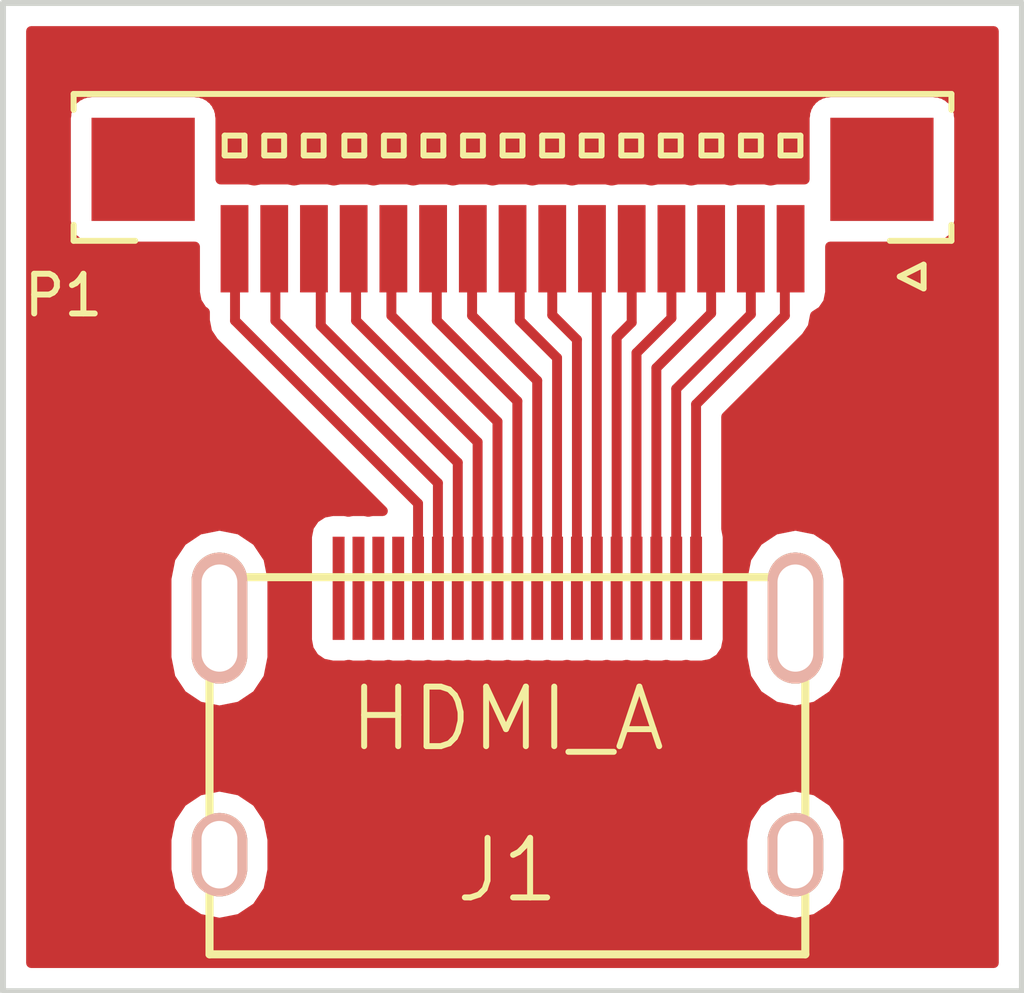
<source format=kicad_pcb>
(kicad_pcb (version 4) (host pcbnew 4.0.4-stable)

  (general
    (links 18)
    (no_connects 3)
    (area 148.260999 103.048999 174.065001 128.091001)
    (thickness 1.6)
    (drawings 4)
    (tracks 54)
    (zones 0)
    (modules 2)
    (nets 21)
  )

  (page A4)
  (layers
    (0 F.Cu signal)
    (31 B.Cu signal)
    (32 B.Adhes user)
    (33 F.Adhes user)
    (34 B.Paste user)
    (35 F.Paste user)
    (36 B.SilkS user)
    (37 F.SilkS user)
    (38 B.Mask user)
    (39 F.Mask user)
    (40 Dwgs.User user)
    (41 Cmts.User user)
    (42 Eco1.User user)
    (43 Eco2.User user)
    (44 Edge.Cuts user)
    (45 Margin user)
    (46 B.CrtYd user)
    (47 F.CrtYd user)
    (48 B.Fab user)
    (49 F.Fab user)
  )

  (setup
    (last_trace_width 0.25)
    (trace_clearance 0.2)
    (zone_clearance 0.508)
    (zone_45_only no)
    (trace_min 0.2)
    (segment_width 0.2)
    (edge_width 0.15)
    (via_size 0.6)
    (via_drill 0.4)
    (via_min_size 0.4)
    (via_min_drill 0.3)
    (uvia_size 0.3)
    (uvia_drill 0.1)
    (uvias_allowed no)
    (uvia_min_size 0.2)
    (uvia_min_drill 0.1)
    (pcb_text_width 0.3)
    (pcb_text_size 1.5 1.5)
    (mod_edge_width 0.15)
    (mod_text_size 1 1)
    (mod_text_width 0.15)
    (pad_size 1.524 1.524)
    (pad_drill 0.762)
    (pad_to_mask_clearance 0.2)
    (aux_axis_origin 0 0)
    (visible_elements FFFFFF7F)
    (pcbplotparams
      (layerselection 0x010f0_80000001)
      (usegerberextensions false)
      (excludeedgelayer true)
      (linewidth 0.100000)
      (plotframeref false)
      (viasonmask false)
      (mode 1)
      (useauxorigin false)
      (hpglpennumber 1)
      (hpglpenspeed 20)
      (hpglpendiameter 15)
      (hpglpenoverlay 2)
      (psnegative false)
      (psa4output false)
      (plotreference true)
      (plotvalue true)
      (plotinvisibletext false)
      (padsonsilk false)
      (subtractmaskfromsilk false)
      (outputformat 1)
      (mirror false)
      (drillshape 0)
      (scaleselection 1)
      (outputdirectory ""))
  )

  (net 0 "")
  (net 1 "Net-(J1-PadSHLD)")
  (net 2 "Net-(J1-Pad1)")
  (net 3 "Net-(J1-Pad2)")
  (net 4 "Net-(J1-Pad3)")
  (net 5 "Net-(J1-Pad4)")
  (net 6 "Net-(J1-Pad5)")
  (net 7 "Net-(J1-Pad6)")
  (net 8 "Net-(J1-Pad7)")
  (net 9 "Net-(J1-Pad8)")
  (net 10 "Net-(J1-Pad9)")
  (net 11 "Net-(J1-Pad10)")
  (net 12 "Net-(J1-Pad11)")
  (net 13 "Net-(J1-Pad12)")
  (net 14 "Net-(J1-Pad13)")
  (net 15 "Net-(J1-Pad14)")
  (net 16 "Net-(J1-Pad15)")
  (net 17 "Net-(J1-Pad16)")
  (net 18 "Net-(J1-Pad17)")
  (net 19 "Net-(J1-Pad18)")
  (net 20 "Net-(J1-Pad19)")

  (net_class Default "Ceci est la Netclass par défaut"
    (clearance 0.2)
    (trace_width 0.25)
    (via_dia 0.6)
    (via_drill 0.4)
    (uvia_dia 0.3)
    (uvia_drill 0.1)
    (add_net "Net-(J1-Pad1)")
    (add_net "Net-(J1-Pad10)")
    (add_net "Net-(J1-Pad11)")
    (add_net "Net-(J1-Pad12)")
    (add_net "Net-(J1-Pad13)")
    (add_net "Net-(J1-Pad14)")
    (add_net "Net-(J1-Pad15)")
    (add_net "Net-(J1-Pad16)")
    (add_net "Net-(J1-Pad17)")
    (add_net "Net-(J1-Pad18)")
    (add_net "Net-(J1-Pad19)")
    (add_net "Net-(J1-Pad2)")
    (add_net "Net-(J1-Pad3)")
    (add_net "Net-(J1-Pad4)")
    (add_net "Net-(J1-Pad5)")
    (add_net "Net-(J1-Pad6)")
    (add_net "Net-(J1-Pad7)")
    (add_net "Net-(J1-Pad8)")
    (add_net "Net-(J1-Pad9)")
    (add_net "Net-(J1-PadSHLD)")
  )

  (module Connectors_Hirose:Hirose_DF13C-15P-1.25V_15x1.25mm_Straight (layer F.Cu) (tedit 58A1E0A1) (tstamp 58A0AE7E)
    (at 161.165001 108.615 180)
    (descr "Hirose DF13 series connector, 1.25mm pitch, top entry SMT")
    (tags "connector hirose df13 top straight vertical surface mount SMD SMT")
    (path /589E27AC)
    (attr smd)
    (fp_text reference P1 (at 11.305001 -1.875 180) (layer F.SilkS)
      (effects (font (size 1 1) (thickness 0.15)))
    )
    (fp_text value CONN_01X15 (at 0 4.5 180) (layer F.Fab)
      (effects (font (size 1 1) (thickness 0.15)))
    )
    (fp_line (start -11.05 -0.5) (end -9.5 -0.5) (layer F.SilkS) (width 0.15))
    (fp_line (start 11.05 -0.5) (end 9.5 -0.5) (layer F.SilkS) (width 0.15))
    (fp_line (start -11.05 -0.5) (end -11.05 -0.1) (layer F.SilkS) (width 0.15))
    (fp_line (start 11.05 -0.5) (end 11.05 -0.1) (layer F.SilkS) (width 0.15))
    (fp_line (start -11.05 3.2) (end 11.05 3.2) (layer F.SilkS) (width 0.15))
    (fp_line (start -11.05 3.2) (end -11.05 2.8) (layer F.SilkS) (width 0.15))
    (fp_line (start 11.05 3.2) (end 11.05 2.8) (layer F.SilkS) (width 0.15))
    (fp_line (start -9.75 -1.4) (end -10.35 -1.7) (layer F.SilkS) (width 0.15))
    (fp_line (start -10.35 -1.7) (end -10.35 -1.1) (layer F.SilkS) (width 0.15))
    (fp_line (start -10.35 -1.1) (end -9.75 -1.4) (layer F.SilkS) (width 0.15))
    (fp_line (start -7.2474 1.65) (end -7.2474 2.15) (layer F.SilkS) (width 0.15))
    (fp_line (start -7.2474 2.15) (end -6.7474 2.15) (layer F.SilkS) (width 0.15))
    (fp_line (start -6.7474 2.15) (end -6.7474 1.65) (layer F.SilkS) (width 0.15))
    (fp_line (start -6.7474 1.65) (end -7.2474 1.65) (layer F.SilkS) (width 0.15))
    (fp_line (start -6.2514 1.65) (end -6.2514 2.15) (layer F.SilkS) (width 0.15))
    (fp_line (start -6.2514 2.15) (end -5.7514 2.15) (layer F.SilkS) (width 0.15))
    (fp_line (start -5.7514 2.15) (end -5.7514 1.65) (layer F.SilkS) (width 0.15))
    (fp_line (start -5.7514 1.65) (end -6.2514 1.65) (layer F.SilkS) (width 0.15))
    (fp_line (start -5.2554 1.65) (end -5.2554 2.15) (layer F.SilkS) (width 0.15))
    (fp_line (start -5.2554 2.15) (end -4.7554 2.15) (layer F.SilkS) (width 0.15))
    (fp_line (start -4.7554 2.15) (end -4.7554 1.65) (layer F.SilkS) (width 0.15))
    (fp_line (start -4.7554 1.65) (end -5.2554 1.65) (layer F.SilkS) (width 0.15))
    (fp_line (start -4.234 1.65) (end -4.234 2.15) (layer F.SilkS) (width 0.15))
    (fp_line (start -4.234 2.15) (end -3.734 2.15) (layer F.SilkS) (width 0.15))
    (fp_line (start -3.734 2.15) (end -3.734 1.65) (layer F.SilkS) (width 0.15))
    (fp_line (start -3.734 1.65) (end -4.234 1.65) (layer F.SilkS) (width 0.15))
    (fp_line (start -3.238 1.65) (end -3.238 2.15) (layer F.SilkS) (width 0.15))
    (fp_line (start -3.238 2.15) (end -2.738 2.15) (layer F.SilkS) (width 0.15))
    (fp_line (start -2.738 2.15) (end -2.738 1.65) (layer F.SilkS) (width 0.15))
    (fp_line (start -2.738 1.65) (end -3.238 1.65) (layer F.SilkS) (width 0.15))
    (fp_line (start -2.242 1.65) (end -2.242 2.15) (layer F.SilkS) (width 0.15))
    (fp_line (start -2.242 2.15) (end -1.742 2.15) (layer F.SilkS) (width 0.15))
    (fp_line (start -1.742 2.15) (end -1.742 1.65) (layer F.SilkS) (width 0.15))
    (fp_line (start -1.742 1.65) (end -2.242 1.65) (layer F.SilkS) (width 0.15))
    (fp_line (start -1.246 1.65) (end -1.246 2.15) (layer F.SilkS) (width 0.15))
    (fp_line (start -1.246 2.15) (end -0.746 2.15) (layer F.SilkS) (width 0.15))
    (fp_line (start -0.746 2.15) (end -0.746 1.65) (layer F.SilkS) (width 0.15))
    (fp_line (start -0.746 1.65) (end -1.246 1.65) (layer F.SilkS) (width 0.15))
    (fp_line (start -0.25 1.65) (end -0.25 2.15) (layer F.SilkS) (width 0.15))
    (fp_line (start -0.25 2.15) (end 0.25 2.15) (layer F.SilkS) (width 0.15))
    (fp_line (start 0.25 2.15) (end 0.25 1.65) (layer F.SilkS) (width 0.15))
    (fp_line (start 0.25 1.65) (end -0.25 1.65) (layer F.SilkS) (width 0.15))
    (fp_line (start 0.746 1.65) (end 0.746 2.15) (layer F.SilkS) (width 0.15))
    (fp_line (start 0.746 2.15) (end 1.246 2.15) (layer F.SilkS) (width 0.15))
    (fp_line (start 1.246 2.15) (end 1.246 1.65) (layer F.SilkS) (width 0.15))
    (fp_line (start 1.246 1.65) (end 0.746 1.65) (layer F.SilkS) (width 0.15))
    (fp_line (start 1.742 1.65) (end 1.742 2.15) (layer F.SilkS) (width 0.15))
    (fp_line (start 1.742 2.15) (end 2.242 2.15) (layer F.SilkS) (width 0.15))
    (fp_line (start 2.242 2.15) (end 2.242 1.65) (layer F.SilkS) (width 0.15))
    (fp_line (start 2.242 1.65) (end 1.742 1.65) (layer F.SilkS) (width 0.15))
    (fp_line (start 2.738 1.65) (end 2.738 2.15) (layer F.SilkS) (width 0.15))
    (fp_line (start 2.738 2.15) (end 3.238 2.15) (layer F.SilkS) (width 0.15))
    (fp_line (start 3.238 2.15) (end 3.238 1.65) (layer F.SilkS) (width 0.15))
    (fp_line (start 3.238 1.65) (end 2.738 1.65) (layer F.SilkS) (width 0.15))
    (fp_line (start 3.734 1.65) (end 3.734 2.15) (layer F.SilkS) (width 0.15))
    (fp_line (start 3.734 2.15) (end 4.234 2.15) (layer F.SilkS) (width 0.15))
    (fp_line (start 4.234 2.15) (end 4.234 1.65) (layer F.SilkS) (width 0.15))
    (fp_line (start 4.234 1.65) (end 3.734 1.65) (layer F.SilkS) (width 0.15))
    (fp_line (start 4.7554 1.65) (end 4.7554 2.15) (layer F.SilkS) (width 0.15))
    (fp_line (start 4.7554 2.15) (end 5.2554 2.15) (layer F.SilkS) (width 0.15))
    (fp_line (start 5.2554 2.15) (end 5.2554 1.65) (layer F.SilkS) (width 0.15))
    (fp_line (start 5.2554 1.65) (end 4.7554 1.65) (layer F.SilkS) (width 0.15))
    (fp_line (start 5.7514 1.65) (end 5.7514 2.15) (layer F.SilkS) (width 0.15))
    (fp_line (start 5.7514 2.15) (end 6.2514 2.15) (layer F.SilkS) (width 0.15))
    (fp_line (start 6.2514 2.15) (end 6.2514 1.65) (layer F.SilkS) (width 0.15))
    (fp_line (start 6.2514 1.65) (end 5.7514 1.65) (layer F.SilkS) (width 0.15))
    (fp_line (start 6.7474 1.65) (end 6.7474 2.15) (layer F.SilkS) (width 0.15))
    (fp_line (start 6.7474 2.15) (end 7.2474 2.15) (layer F.SilkS) (width 0.15))
    (fp_line (start 7.2474 2.15) (end 7.2474 1.65) (layer F.SilkS) (width 0.15))
    (fp_line (start 7.2474 1.65) (end 6.7474 1.65) (layer F.SilkS) (width 0.15))
    (fp_line (start -12.35 -2.85) (end -12.35 3.65) (layer F.CrtYd) (width 0.05))
    (fp_line (start -12.35 3.65) (end 12.35 3.65) (layer F.CrtYd) (width 0.05))
    (fp_line (start 12.35 3.65) (end 12.35 -2.85) (layer F.CrtYd) (width 0.05))
    (fp_line (start 12.35 -2.85) (end -12.35 -2.85) (layer F.CrtYd) (width 0.05))
    (pad 1 smd rect (at -7 -0.7 180) (size 0.7 2.2) (layers F.Cu F.Paste F.Mask)
      (net 2 "Net-(J1-Pad1)"))
    (pad 2 smd rect (at -6 -0.7 180) (size 0.7 2.2) (layers F.Cu F.Paste F.Mask)
      (net 3 "Net-(J1-Pad2)"))
    (pad 3 smd rect (at -5 -0.7 180) (size 0.7 2.2) (layers F.Cu F.Paste F.Mask)
      (net 4 "Net-(J1-Pad3)"))
    (pad 4 smd rect (at -4 -0.7 180) (size 0.7 2.2) (layers F.Cu F.Paste F.Mask)
      (net 5 "Net-(J1-Pad4)"))
    (pad 5 smd rect (at -3 -0.7 180) (size 0.7 2.2) (layers F.Cu F.Paste F.Mask)
      (net 6 "Net-(J1-Pad5)"))
    (pad 6 smd rect (at -2 -0.7 180) (size 0.7 2.2) (layers F.Cu F.Paste F.Mask)
      (net 7 "Net-(J1-Pad6)"))
    (pad 7 smd rect (at -1 -0.7 180) (size 0.7 2.2) (layers F.Cu F.Paste F.Mask)
      (net 8 "Net-(J1-Pad7)"))
    (pad 8 smd rect (at 0 -0.7 180) (size 0.7 2.2) (layers F.Cu F.Paste F.Mask)
      (net 9 "Net-(J1-Pad8)"))
    (pad 9 smd rect (at 1 -0.7 180) (size 0.7 2.2) (layers F.Cu F.Paste F.Mask)
      (net 10 "Net-(J1-Pad9)"))
    (pad 10 smd rect (at 2 -0.7 180) (size 0.7 2.2) (layers F.Cu F.Paste F.Mask)
      (net 11 "Net-(J1-Pad10)"))
    (pad 11 smd rect (at 3 -0.7 180) (size 0.7 2.2) (layers F.Cu F.Paste F.Mask)
      (net 12 "Net-(J1-Pad11)"))
    (pad 12 smd rect (at 4 -0.7 180) (size 0.7 2.2) (layers F.Cu F.Paste F.Mask)
      (net 13 "Net-(J1-Pad12)"))
    (pad 13 smd rect (at 5 -0.7 180) (size 0.7 2.2) (layers F.Cu F.Paste F.Mask)
      (net 14 "Net-(J1-Pad13)"))
    (pad 14 smd rect (at 6 -0.7 180) (size 0.7 2.2) (layers F.Cu F.Paste F.Mask)
      (net 15 "Net-(J1-Pad14)"))
    (pad 15 smd rect (at 7 -0.7 180) (size 0.7 2.2) (layers F.Cu F.Paste F.Mask)
      (net 16 "Net-(J1-Pad15)"))
    (pad "" smd rect (at 9.3 1.3 180) (size 2.6 2.6) (layers F.Cu F.Paste F.Mask))
    (pad "" smd rect (at -9.3 1.3 180) (size 2.6 2.6) (layers F.Cu F.Paste F.Mask))
    (model Connectors_Hirose.3dshapes/Hirose_DF13C-15P-1.25V_15x1.25mm_Straight.wrl
      (at (xyz 0 -0.0275590551181 0))
      (scale (xyz 1 1 1))
      (rotate (xyz 0 0 0))
    )
  )

  (module HDMI:FCI_10029449-11[13]RLF (layer F.Cu) (tedit 58A1D9D7) (tstamp 58A0AE69)
    (at 161.036 118.618)
    (path /589E26BA)
    (fp_text reference J1 (at 0 6.35) (layer F.SilkS)
      (effects (font (size 1.5 1.5) (thickness 0.15)))
    )
    (fp_text value HDMI_A (at 0 2.54) (layer F.SilkS)
      (effects (font (size 1.5 1.5) (thickness 0.15)))
    )
    (fp_line (start -7.5 -1.03) (end 7.5 -1.03) (layer F.SilkS) (width 0.2032))
    (fp_line (start -7.5 8.47) (end -7.5 -1.03) (layer F.SilkS) (width 0.2032))
    (fp_line (start 7.5 8.47) (end 7.5 -1.03) (layer F.SilkS) (width 0.2032))
    (fp_line (start 7.5 8.47) (end -7.5 8.47) (layer F.SilkS) (width 0.2032))
    (pad SHLD thru_hole oval (at -7.25 5.96) (size 1.4 2.1) (drill oval 0.9 1.7) (layers *.Cu *.SilkS *.Mask)
      (net 1 "Net-(J1-PadSHLD)"))
    (pad SHLD thru_hole oval (at 7.25 5.96) (size 1.4 2.1) (drill oval 0.9 1.7) (layers *.Cu *.SilkS *.Mask)
      (net 1 "Net-(J1-PadSHLD)"))
    (pad SHLD thru_hole oval (at -7.25 0) (size 1.4 3.3) (drill oval 0.9 2.7) (layers *.Cu *.SilkS *.Mask)
      (net 1 "Net-(J1-PadSHLD)"))
    (pad SHLD thru_hole oval (at 7.25 0) (size 1.4 3.3) (drill oval 0.9 2.7) (layers *.Cu *.SilkS *.Mask)
      (net 1 "Net-(J1-PadSHLD)"))
    (pad 1 smd rect (at 4.75 -0.75) (size 0.3 2.6) (layers F.Cu F.Paste F.Mask)
      (net 2 "Net-(J1-Pad1)"))
    (pad 2 smd rect (at 4.25 -0.75) (size 0.3 2.6) (layers F.Cu F.Paste F.Mask)
      (net 3 "Net-(J1-Pad2)"))
    (pad 3 smd rect (at 3.75 -0.75) (size 0.3 2.6) (layers F.Cu F.Paste F.Mask)
      (net 4 "Net-(J1-Pad3)"))
    (pad 4 smd rect (at 3.25 -0.75) (size 0.3 2.6) (layers F.Cu F.Paste F.Mask)
      (net 5 "Net-(J1-Pad4)"))
    (pad 5 smd rect (at 2.75 -0.75) (size 0.3 2.6) (layers F.Cu F.Paste F.Mask)
      (net 6 "Net-(J1-Pad5)"))
    (pad 6 smd rect (at 2.25 -0.75) (size 0.3 2.6) (layers F.Cu F.Paste F.Mask)
      (net 7 "Net-(J1-Pad6)"))
    (pad 7 smd rect (at 1.75 -0.75) (size 0.3 2.6) (layers F.Cu F.Paste F.Mask)
      (net 8 "Net-(J1-Pad7)"))
    (pad 8 smd rect (at 1.25 -0.75) (size 0.3 2.6) (layers F.Cu F.Paste F.Mask)
      (net 9 "Net-(J1-Pad8)"))
    (pad 9 smd rect (at 0.75 -0.75) (size 0.3 2.6) (layers F.Cu F.Paste F.Mask)
      (net 10 "Net-(J1-Pad9)"))
    (pad 10 smd rect (at 0.25 -0.75) (size 0.3 2.6) (layers F.Cu F.Paste F.Mask)
      (net 11 "Net-(J1-Pad10)"))
    (pad 11 smd rect (at -0.25 -0.75) (size 0.3 2.6) (layers F.Cu F.Paste F.Mask)
      (net 12 "Net-(J1-Pad11)"))
    (pad 12 smd rect (at -0.75 -0.75) (size 0.3 2.6) (layers F.Cu F.Paste F.Mask)
      (net 13 "Net-(J1-Pad12)"))
    (pad 13 smd rect (at -1.25 -0.75) (size 0.3 2.6) (layers F.Cu F.Paste F.Mask)
      (net 14 "Net-(J1-Pad13)"))
    (pad 14 smd rect (at -1.75 -0.75) (size 0.3 2.6) (layers F.Cu F.Paste F.Mask)
      (net 15 "Net-(J1-Pad14)"))
    (pad 15 smd rect (at -2.25 -0.75) (size 0.3 2.6) (layers F.Cu F.Paste F.Mask)
      (net 16 "Net-(J1-Pad15)"))
    (pad 16 smd rect (at -2.75 -0.75) (size 0.3 2.6) (layers F.Cu F.Paste F.Mask)
      (net 17 "Net-(J1-Pad16)"))
    (pad 17 smd rect (at -3.25 -0.75) (size 0.3 2.6) (layers F.Cu F.Paste F.Mask)
      (net 18 "Net-(J1-Pad17)"))
    (pad 18 smd rect (at -3.75 -0.75) (size 0.3 2.6) (layers F.Cu F.Paste F.Mask)
      (net 19 "Net-(J1-Pad18)"))
    (pad 19 smd rect (at -4.25 -0.75) (size 0.3 2.6) (layers F.Cu F.Paste F.Mask)
      (net 20 "Net-(J1-Pad19)"))
  )

  (gr_line (start 148.336 128.016) (end 173.99 128.016) (angle 90) (layer Edge.Cuts) (width 0.15))
  (gr_line (start 173.99 103.124) (end 148.336 103.124) (angle 90) (layer Edge.Cuts) (width 0.15))
  (gr_line (start 173.99 103.124) (end 173.99 128.016) (angle 90) (layer Edge.Cuts) (width 0.15))
  (gr_line (start 148.336 128.016) (end 148.336 103.124) (angle 90) (layer Edge.Cuts) (width 0.15))

  (segment (start 165.786 117.868) (end 165.786 113.233) (width 0.25) (layer F.Cu) (net 2))
  (segment (start 168.021 110.998) (end 168.021 109.459001) (width 0.25) (layer F.Cu) (net 2) (tstamp 58A3CCF8))
  (segment (start 165.786 113.233) (end 168.021 110.998) (width 0.25) (layer F.Cu) (net 2) (tstamp 58A3CCF7))
  (segment (start 168.021 109.459001) (end 168.165001 109.315) (width 0.25) (layer F.Cu) (net 2) (tstamp 58A3CCF9))
  (segment (start 165.286 117.868) (end 165.286 112.844) (width 0.25) (layer F.Cu) (net 3))
  (segment (start 167.165001 110.964999) (end 167.165001 109.315) (width 0.25) (layer F.Cu) (net 3) (tstamp 58A3CCF3))
  (segment (start 165.286 112.844) (end 167.165001 110.964999) (width 0.25) (layer F.Cu) (net 3) (tstamp 58A3CCF1))
  (segment (start 164.786 117.868) (end 164.786 112.317998) (width 0.25) (layer F.Cu) (net 4))
  (segment (start 166.165001 110.938997) (end 166.165001 109.315) (width 0.25) (layer F.Cu) (net 4) (tstamp 58A3CCED))
  (segment (start 164.786 112.317998) (end 166.165001 110.938997) (width 0.25) (layer F.Cu) (net 4) (tstamp 58A3CCEC))
  (segment (start 164.286 117.868) (end 164.286 111.939) (width 0.25) (layer F.Cu) (net 5))
  (segment (start 165.165001 111.059999) (end 165.165001 109.315) (width 0.25) (layer F.Cu) (net 5) (tstamp 58A3CCE9))
  (segment (start 164.286 111.939) (end 165.165001 111.059999) (width 0.25) (layer F.Cu) (net 5) (tstamp 58A3CCE8))
  (segment (start 163.786 117.868) (end 163.786 111.55) (width 0.25) (layer F.Cu) (net 6))
  (segment (start 164.165001 111.170999) (end 164.165001 109.315) (width 0.25) (layer F.Cu) (net 6) (tstamp 58A3CCE5))
  (segment (start 163.786 111.55) (end 164.165001 111.170999) (width 0.25) (layer F.Cu) (net 6) (tstamp 58A3CCE4))
  (segment (start 163.286 117.868) (end 163.286 109.435999) (width 0.25) (layer F.Cu) (net 7))
  (segment (start 163.286 109.435999) (end 163.165001 109.315) (width 0.25) (layer F.Cu) (net 7) (tstamp 58A3CCFC))
  (segment (start 162.786 117.868) (end 162.786 111.605) (width 0.25) (layer F.Cu) (net 8))
  (segment (start 162.165001 110.984001) (end 162.165001 109.315) (width 0.25) (layer F.Cu) (net 8) (tstamp 58A3CD00))
  (segment (start 162.786 111.605) (end 162.165001 110.984001) (width 0.25) (layer F.Cu) (net 8) (tstamp 58A3CCFF))
  (segment (start 162.286 117.868) (end 162.286 112.063998) (width 0.25) (layer F.Cu) (net 9))
  (segment (start 161.347002 111.125) (end 161.347002 109.497001) (width 0.25) (layer F.Cu) (net 9) (tstamp 58A3CD04))
  (segment (start 162.286 112.063998) (end 161.347002 111.125) (width 0.25) (layer F.Cu) (net 9) (tstamp 58A3CD03))
  (segment (start 161.347002 109.497001) (end 161.165001 109.315) (width 0.25) (layer F.Cu) (net 9) (tstamp 58A3CD05))
  (segment (start 161.29 110.139999) (end 161.165001 110.015) (width 0.25) (layer F.Cu) (net 9) (tstamp 58A0B056))
  (segment (start 161.786 117.868) (end 161.786 112.637) (width 0.25) (layer F.Cu) (net 10))
  (segment (start 160.147 110.998) (end 160.147 109.333001) (width 0.25) (layer F.Cu) (net 10) (tstamp 58A3CD09))
  (segment (start 161.786 112.637) (end 160.147 110.998) (width 0.25) (layer F.Cu) (net 10) (tstamp 58A3CD08))
  (segment (start 160.147 109.333001) (end 160.165001 109.315) (width 0.25) (layer F.Cu) (net 10) (tstamp 58A3CD0A))
  (segment (start 161.286 117.868) (end 161.286 113.153) (width 0.25) (layer F.Cu) (net 11))
  (segment (start 159.258 111.125) (end 159.258 109.407999) (width 0.25) (layer F.Cu) (net 11) (tstamp 58A3CD0E))
  (segment (start 161.286 113.153) (end 159.258 111.125) (width 0.25) (layer F.Cu) (net 11) (tstamp 58A3CD0D))
  (segment (start 159.258 109.407999) (end 159.165001 109.315) (width 0.25) (layer F.Cu) (net 11) (tstamp 58A3CD0F))
  (segment (start 160.786 117.868) (end 160.786 113.669) (width 0.25) (layer F.Cu) (net 12))
  (segment (start 158.115 110.998) (end 158.115 109.365001) (width 0.25) (layer F.Cu) (net 12) (tstamp 58A3CD13))
  (segment (start 160.786 113.669) (end 158.115 110.998) (width 0.25) (layer F.Cu) (net 12) (tstamp 58A3CD12))
  (segment (start 158.115 109.365001) (end 158.165001 109.315) (width 0.25) (layer F.Cu) (net 12) (tstamp 58A3CD14))
  (segment (start 160.286 117.868) (end 160.286 114.185) (width 0.25) (layer F.Cu) (net 13))
  (segment (start 157.226 111.125) (end 157.226 109.375999) (width 0.25) (layer F.Cu) (net 13) (tstamp 58A3CD18))
  (segment (start 160.286 114.185) (end 157.226 111.125) (width 0.25) (layer F.Cu) (net 13) (tstamp 58A3CD17))
  (segment (start 157.226 109.375999) (end 157.165001 109.315) (width 0.25) (layer F.Cu) (net 13) (tstamp 58A3CD19))
  (segment (start 159.786 117.868) (end 159.786 114.701) (width 0.25) (layer F.Cu) (net 14) (status 400000))
  (segment (start 156.337 111.252) (end 156.337 109.486999) (width 0.25) (layer F.Cu) (net 14) (tstamp 58A3CD26) (status 800000))
  (segment (start 159.786 114.701) (end 156.337 111.252) (width 0.25) (layer F.Cu) (net 14) (tstamp 58A3CD25))
  (segment (start 156.337 109.486999) (end 156.165001 109.315) (width 0.25) (layer F.Cu) (net 14) (tstamp 58A3CD27) (status C00000))
  (segment (start 159.286 117.868) (end 159.286 115.217) (width 0.25) (layer F.Cu) (net 15) (status 400000))
  (segment (start 155.194 111.125) (end 155.194 109.343999) (width 0.25) (layer F.Cu) (net 15) (tstamp 58A3CD2B) (status 800000))
  (segment (start 159.286 115.217) (end 155.194 111.125) (width 0.25) (layer F.Cu) (net 15) (tstamp 58A3CD2A))
  (segment (start 155.194 109.343999) (end 155.165001 109.315) (width 0.25) (layer F.Cu) (net 15) (tstamp 58A3CD2C) (status C00000))
  (segment (start 158.786 117.868) (end 158.786 115.733) (width 0.25) (layer F.Cu) (net 16) (status 400000))
  (segment (start 154.178 111.125) (end 154.178 109.327999) (width 0.25) (layer F.Cu) (net 16) (tstamp 58A3CD30) (status 800000))
  (segment (start 158.786 115.733) (end 154.178 111.125) (width 0.25) (layer F.Cu) (net 16) (tstamp 58A3CD2F))
  (segment (start 154.178 109.327999) (end 154.165001 109.315) (width 0.25) (layer F.Cu) (net 16) (tstamp 58A3CD31) (status C00000))

  (zone (net 0) (net_name "") (layer F.Cu) (tstamp 58A3CD34) (hatch edge 0.508)
    (connect_pads (clearance 0.508))
    (min_thickness 0.254)
    (fill yes (arc_segments 16) (thermal_gap 0.508) (thermal_bridge_width 0.508))
    (polygon
      (pts
        (xy 173.736 127.762) (xy 148.59 127.762) (xy 148.59 103.378) (xy 173.736 103.378)
      )
    )
    (filled_polygon
      (pts
        (xy 173.28 127.306) (xy 149.046 127.306) (xy 149.046 124.194989) (xy 152.451 124.194989) (xy 152.451 124.961011)
        (xy 152.552621 125.471893) (xy 152.842012 125.904999) (xy 153.275118 126.19439) (xy 153.786 126.296011) (xy 154.296882 126.19439)
        (xy 154.729988 125.904999) (xy 155.019379 125.471893) (xy 155.121 124.961011) (xy 155.121 124.194989) (xy 166.951 124.194989)
        (xy 166.951 124.961011) (xy 167.052621 125.471893) (xy 167.342012 125.904999) (xy 167.775118 126.19439) (xy 168.286 126.296011)
        (xy 168.796882 126.19439) (xy 169.229988 125.904999) (xy 169.519379 125.471893) (xy 169.621 124.961011) (xy 169.621 124.194989)
        (xy 169.519379 123.684107) (xy 169.229988 123.251001) (xy 168.796882 122.96161) (xy 168.286 122.859989) (xy 167.775118 122.96161)
        (xy 167.342012 123.251001) (xy 167.052621 123.684107) (xy 166.951 124.194989) (xy 155.121 124.194989) (xy 155.019379 123.684107)
        (xy 154.729988 123.251001) (xy 154.296882 122.96161) (xy 153.786 122.859989) (xy 153.275118 122.96161) (xy 152.842012 123.251001)
        (xy 152.552621 123.684107) (xy 152.451 124.194989) (xy 149.046 124.194989) (xy 149.046 117.623234) (xy 152.451 117.623234)
        (xy 152.451 119.612766) (xy 152.552621 120.123648) (xy 152.842012 120.556754) (xy 153.275118 120.846145) (xy 153.786 120.947766)
        (xy 154.296882 120.846145) (xy 154.729988 120.556754) (xy 155.019379 120.123648) (xy 155.121 119.612766) (xy 155.121 117.623234)
        (xy 155.019379 117.112352) (xy 154.729988 116.679246) (xy 154.296882 116.389855) (xy 153.786 116.288234) (xy 153.275118 116.389855)
        (xy 152.842012 116.679246) (xy 152.552621 117.112352) (xy 152.451 117.623234) (xy 149.046 117.623234) (xy 149.046 106.015)
        (xy 149.917561 106.015) (xy 149.917561 108.615) (xy 149.930001 108.681113) (xy 149.930001 108.74131) (xy 149.950756 108.791418)
        (xy 149.961839 108.850317) (xy 149.999208 108.90839) (xy 150.026674 108.974699) (xy 150.069316 109.01734) (xy 150.100911 109.066441)
        (xy 150.156181 109.104206) (xy 150.205303 109.153327) (xy 150.263127 109.177279) (xy 150.313111 109.211431) (xy 150.376634 109.224295)
        (xy 150.438692 109.25) (xy 150.50357 109.25) (xy 150.565001 109.26244) (xy 153.165001 109.26244) (xy 153.167561 109.261958)
        (xy 153.167561 110.415) (xy 153.211839 110.650317) (xy 153.350911 110.866441) (xy 153.418 110.912281) (xy 153.418 111.125)
        (xy 153.475852 111.415839) (xy 153.640599 111.662401) (xy 157.898758 115.92056) (xy 157.636 115.92056) (xy 157.532329 115.940067)
        (xy 157.436 115.92056) (xy 157.136 115.92056) (xy 157.032329 115.940067) (xy 156.936 115.92056) (xy 156.636 115.92056)
        (xy 156.400683 115.964838) (xy 156.184559 116.10391) (xy 156.039569 116.31611) (xy 155.98856 116.568) (xy 155.98856 119.168)
        (xy 156.032838 119.403317) (xy 156.17191 119.619441) (xy 156.38411 119.764431) (xy 156.636 119.81544) (xy 156.936 119.81544)
        (xy 157.039671 119.795933) (xy 157.136 119.81544) (xy 157.436 119.81544) (xy 157.539671 119.795933) (xy 157.636 119.81544)
        (xy 157.936 119.81544) (xy 158.039671 119.795933) (xy 158.136 119.81544) (xy 158.436 119.81544) (xy 158.539671 119.795933)
        (xy 158.636 119.81544) (xy 158.936 119.81544) (xy 159.039671 119.795933) (xy 159.136 119.81544) (xy 159.436 119.81544)
        (xy 159.539671 119.795933) (xy 159.636 119.81544) (xy 159.936 119.81544) (xy 160.039671 119.795933) (xy 160.136 119.81544)
        (xy 160.436 119.81544) (xy 160.539671 119.795933) (xy 160.636 119.81544) (xy 160.936 119.81544) (xy 161.039671 119.795933)
        (xy 161.136 119.81544) (xy 161.436 119.81544) (xy 161.539671 119.795933) (xy 161.636 119.81544) (xy 161.936 119.81544)
        (xy 162.039671 119.795933) (xy 162.136 119.81544) (xy 162.436 119.81544) (xy 162.539671 119.795933) (xy 162.636 119.81544)
        (xy 162.936 119.81544) (xy 163.039671 119.795933) (xy 163.136 119.81544) (xy 163.436 119.81544) (xy 163.539671 119.795933)
        (xy 163.636 119.81544) (xy 163.936 119.81544) (xy 164.039671 119.795933) (xy 164.136 119.81544) (xy 164.436 119.81544)
        (xy 164.539671 119.795933) (xy 164.636 119.81544) (xy 164.936 119.81544) (xy 165.039671 119.795933) (xy 165.136 119.81544)
        (xy 165.436 119.81544) (xy 165.539671 119.795933) (xy 165.636 119.81544) (xy 165.936 119.81544) (xy 166.171317 119.771162)
        (xy 166.387441 119.63209) (xy 166.532431 119.41989) (xy 166.58344 119.168) (xy 166.58344 117.623234) (xy 166.951 117.623234)
        (xy 166.951 119.612766) (xy 167.052621 120.123648) (xy 167.342012 120.556754) (xy 167.775118 120.846145) (xy 168.286 120.947766)
        (xy 168.796882 120.846145) (xy 169.229988 120.556754) (xy 169.519379 120.123648) (xy 169.621 119.612766) (xy 169.621 117.623234)
        (xy 169.519379 117.112352) (xy 169.229988 116.679246) (xy 168.796882 116.389855) (xy 168.286 116.288234) (xy 167.775118 116.389855)
        (xy 167.342012 116.679246) (xy 167.052621 117.112352) (xy 166.951 117.623234) (xy 166.58344 117.623234) (xy 166.58344 116.568)
        (xy 166.546 116.369024) (xy 166.546 113.547802) (xy 168.558401 111.535401) (xy 168.723148 111.28884) (xy 168.780904 110.99848)
        (xy 168.966442 110.87909) (xy 169.111432 110.66689) (xy 169.162441 110.415) (xy 169.162441 109.261922) (xy 169.165001 109.26244)
        (xy 171.765001 109.26244) (xy 171.831114 109.25) (xy 171.89131 109.25) (xy 171.941417 109.229245) (xy 172.000318 109.218162)
        (xy 172.058392 109.180792) (xy 172.124699 109.153327) (xy 172.16734 109.110686) (xy 172.216442 109.07909) (xy 172.254206 109.023821)
        (xy 172.303328 108.974699) (xy 172.327281 108.916872) (xy 172.361432 108.86689) (xy 172.374295 108.803369) (xy 172.400001 108.74131)
        (xy 172.400001 108.676431) (xy 172.412441 108.615) (xy 172.412441 106.015) (xy 172.400001 105.948887) (xy 172.400001 105.88869)
        (xy 172.379246 105.838582) (xy 172.368163 105.779683) (xy 172.330794 105.72161) (xy 172.303328 105.655301) (xy 172.260686 105.61266)
        (xy 172.229091 105.563559) (xy 172.173821 105.525794) (xy 172.124699 105.476673) (xy 172.066875 105.452721) (xy 172.016891 105.418569)
        (xy 171.953368 105.405705) (xy 171.89131 105.38) (xy 171.826432 105.38) (xy 171.765001 105.36756) (xy 169.165001 105.36756)
        (xy 169.098888 105.38) (xy 169.038692 105.38) (xy 168.988585 105.400755) (xy 168.929684 105.411838) (xy 168.87161 105.449208)
        (xy 168.805303 105.476673) (xy 168.762662 105.519314) (xy 168.71356 105.55091) (xy 168.675796 105.606179) (xy 168.626674 105.655301)
        (xy 168.602721 105.713128) (xy 168.56857 105.76311) (xy 168.555707 105.826631) (xy 168.530001 105.88869) (xy 168.530001 105.953569)
        (xy 168.517561 106.015) (xy 168.517561 107.568078) (xy 168.515001 107.56756) (xy 167.815001 107.56756) (xy 167.659494 107.596821)
        (xy 167.515001 107.56756) (xy 166.815001 107.56756) (xy 166.659494 107.596821) (xy 166.515001 107.56756) (xy 165.815001 107.56756)
        (xy 165.659494 107.596821) (xy 165.515001 107.56756) (xy 164.815001 107.56756) (xy 164.659494 107.596821) (xy 164.515001 107.56756)
        (xy 163.815001 107.56756) (xy 163.659494 107.596821) (xy 163.515001 107.56756) (xy 162.815001 107.56756) (xy 162.659494 107.596821)
        (xy 162.515001 107.56756) (xy 161.815001 107.56756) (xy 161.659494 107.596821) (xy 161.515001 107.56756) (xy 160.815001 107.56756)
        (xy 160.659494 107.596821) (xy 160.515001 107.56756) (xy 159.815001 107.56756) (xy 159.659494 107.596821) (xy 159.515001 107.56756)
        (xy 158.815001 107.56756) (xy 158.659494 107.596821) (xy 158.515001 107.56756) (xy 157.815001 107.56756) (xy 157.659494 107.596821)
        (xy 157.515001 107.56756) (xy 156.815001 107.56756) (xy 156.659494 107.596821) (xy 156.515001 107.56756) (xy 155.815001 107.56756)
        (xy 155.659494 107.596821) (xy 155.515001 107.56756) (xy 154.815001 107.56756) (xy 154.659494 107.596821) (xy 154.515001 107.56756)
        (xy 153.815001 107.56756) (xy 153.812441 107.568042) (xy 153.812441 106.015) (xy 153.800001 105.948887) (xy 153.800001 105.88869)
        (xy 153.779246 105.838582) (xy 153.768163 105.779683) (xy 153.730794 105.72161) (xy 153.703328 105.655301) (xy 153.660686 105.61266)
        (xy 153.629091 105.563559) (xy 153.573821 105.525794) (xy 153.524699 105.476673) (xy 153.466875 105.452721) (xy 153.416891 105.418569)
        (xy 153.353368 105.405705) (xy 153.29131 105.38) (xy 153.226432 105.38) (xy 153.165001 105.36756) (xy 150.565001 105.36756)
        (xy 150.498888 105.38) (xy 150.438692 105.38) (xy 150.388585 105.400755) (xy 150.329684 105.411838) (xy 150.27161 105.449208)
        (xy 150.205303 105.476673) (xy 150.162662 105.519314) (xy 150.11356 105.55091) (xy 150.075796 105.606179) (xy 150.026674 105.655301)
        (xy 150.002721 105.713128) (xy 149.96857 105.76311) (xy 149.955707 105.826631) (xy 149.930001 105.88869) (xy 149.930001 105.953569)
        (xy 149.917561 106.015) (xy 149.046 106.015) (xy 149.046 103.834) (xy 173.28 103.834)
      )
    )
  )
)

</source>
